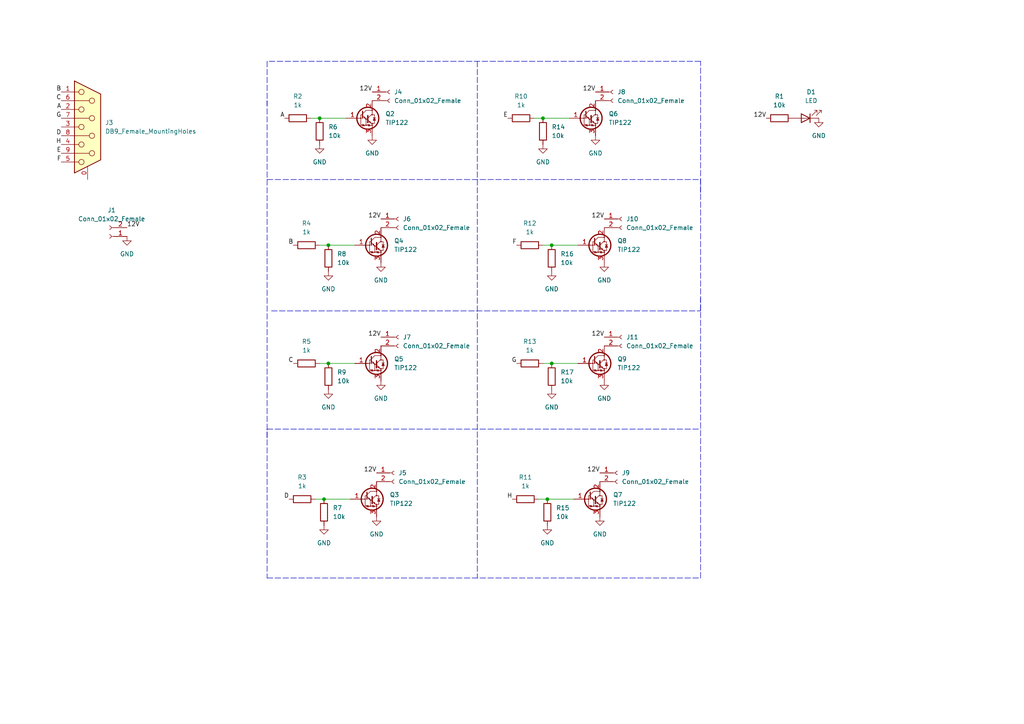
<source format=kicad_sch>
(kicad_sch (version 20211123) (generator eeschema)

  (uuid cafb7792-cefe-497c-b531-e2e2ef956366)

  (paper "A4")

  (lib_symbols
    (symbol "Connector:Conn_01x02_Female" (pin_names (offset 1.016) hide) (in_bom yes) (on_board yes)
      (property "Reference" "J" (id 0) (at 0 2.54 0)
        (effects (font (size 1.27 1.27)))
      )
      (property "Value" "Conn_01x02_Female" (id 1) (at 0 -5.08 0)
        (effects (font (size 1.27 1.27)))
      )
      (property "Footprint" "" (id 2) (at 0 0 0)
        (effects (font (size 1.27 1.27)) hide)
      )
      (property "Datasheet" "~" (id 3) (at 0 0 0)
        (effects (font (size 1.27 1.27)) hide)
      )
      (property "ki_keywords" "connector" (id 4) (at 0 0 0)
        (effects (font (size 1.27 1.27)) hide)
      )
      (property "ki_description" "Generic connector, single row, 01x02, script generated (kicad-library-utils/schlib/autogen/connector/)" (id 5) (at 0 0 0)
        (effects (font (size 1.27 1.27)) hide)
      )
      (property "ki_fp_filters" "Connector*:*_1x??_*" (id 6) (at 0 0 0)
        (effects (font (size 1.27 1.27)) hide)
      )
      (symbol "Conn_01x02_Female_1_1"
        (arc (start 0 -2.032) (mid -0.508 -2.54) (end 0 -3.048)
          (stroke (width 0.1524) (type default) (color 0 0 0 0))
          (fill (type none))
        )
        (polyline
          (pts
            (xy -1.27 -2.54)
            (xy -0.508 -2.54)
          )
          (stroke (width 0.1524) (type default) (color 0 0 0 0))
          (fill (type none))
        )
        (polyline
          (pts
            (xy -1.27 0)
            (xy -0.508 0)
          )
          (stroke (width 0.1524) (type default) (color 0 0 0 0))
          (fill (type none))
        )
        (arc (start 0 0.508) (mid -0.508 0) (end 0 -0.508)
          (stroke (width 0.1524) (type default) (color 0 0 0 0))
          (fill (type none))
        )
        (pin passive line (at -5.08 0 0) (length 3.81)
          (name "Pin_1" (effects (font (size 1.27 1.27))))
          (number "1" (effects (font (size 1.27 1.27))))
        )
        (pin passive line (at -5.08 -2.54 0) (length 3.81)
          (name "Pin_2" (effects (font (size 1.27 1.27))))
          (number "2" (effects (font (size 1.27 1.27))))
        )
      )
    )
    (symbol "Connector:DB9_Female_MountingHoles" (pin_names (offset 1.016) hide) (in_bom yes) (on_board yes)
      (property "Reference" "J" (id 0) (at 0 16.51 0)
        (effects (font (size 1.27 1.27)))
      )
      (property "Value" "DB9_Female_MountingHoles" (id 1) (at 0 14.605 0)
        (effects (font (size 1.27 1.27)))
      )
      (property "Footprint" "" (id 2) (at 0 0 0)
        (effects (font (size 1.27 1.27)) hide)
      )
      (property "Datasheet" " ~" (id 3) (at 0 0 0)
        (effects (font (size 1.27 1.27)) hide)
      )
      (property "ki_keywords" "connector female D-SUB" (id 4) (at 0 0 0)
        (effects (font (size 1.27 1.27)) hide)
      )
      (property "ki_description" "9-pin female D-SUB connector, Mounting Hole" (id 5) (at 0 0 0)
        (effects (font (size 1.27 1.27)) hide)
      )
      (property "ki_fp_filters" "DSUB*Female*" (id 6) (at 0 0 0)
        (effects (font (size 1.27 1.27)) hide)
      )
      (symbol "DB9_Female_MountingHoles_0_1"
        (circle (center -1.778 -10.16) (radius 0.762)
          (stroke (width 0) (type default) (color 0 0 0 0))
          (fill (type none))
        )
        (circle (center -1.778 -5.08) (radius 0.762)
          (stroke (width 0) (type default) (color 0 0 0 0))
          (fill (type none))
        )
        (circle (center -1.778 0) (radius 0.762)
          (stroke (width 0) (type default) (color 0 0 0 0))
          (fill (type none))
        )
        (circle (center -1.778 5.08) (radius 0.762)
          (stroke (width 0) (type default) (color 0 0 0 0))
          (fill (type none))
        )
        (circle (center -1.778 10.16) (radius 0.762)
          (stroke (width 0) (type default) (color 0 0 0 0))
          (fill (type none))
        )
        (polyline
          (pts
            (xy -3.81 -10.16)
            (xy -2.54 -10.16)
          )
          (stroke (width 0) (type default) (color 0 0 0 0))
          (fill (type none))
        )
        (polyline
          (pts
            (xy -3.81 -7.62)
            (xy 0.508 -7.62)
          )
          (stroke (width 0) (type default) (color 0 0 0 0))
          (fill (type none))
        )
        (polyline
          (pts
            (xy -3.81 -5.08)
            (xy -2.54 -5.08)
          )
          (stroke (width 0) (type default) (color 0 0 0 0))
          (fill (type none))
        )
        (polyline
          (pts
            (xy -3.81 -2.54)
            (xy 0.508 -2.54)
          )
          (stroke (width 0) (type default) (color 0 0 0 0))
          (fill (type none))
        )
        (polyline
          (pts
            (xy -3.81 0)
            (xy -2.54 0)
          )
          (stroke (width 0) (type default) (color 0 0 0 0))
          (fill (type none))
        )
        (polyline
          (pts
            (xy -3.81 2.54)
            (xy 0.508 2.54)
          )
          (stroke (width 0) (type default) (color 0 0 0 0))
          (fill (type none))
        )
        (polyline
          (pts
            (xy -3.81 5.08)
            (xy -2.54 5.08)
          )
          (stroke (width 0) (type default) (color 0 0 0 0))
          (fill (type none))
        )
        (polyline
          (pts
            (xy -3.81 7.62)
            (xy 0.508 7.62)
          )
          (stroke (width 0) (type default) (color 0 0 0 0))
          (fill (type none))
        )
        (polyline
          (pts
            (xy -3.81 10.16)
            (xy -2.54 10.16)
          )
          (stroke (width 0) (type default) (color 0 0 0 0))
          (fill (type none))
        )
        (polyline
          (pts
            (xy -3.81 13.335)
            (xy -3.81 -13.335)
            (xy 3.81 -9.525)
            (xy 3.81 9.525)
            (xy -3.81 13.335)
          )
          (stroke (width 0.254) (type default) (color 0 0 0 0))
          (fill (type background))
        )
        (circle (center 1.27 -7.62) (radius 0.762)
          (stroke (width 0) (type default) (color 0 0 0 0))
          (fill (type none))
        )
        (circle (center 1.27 -2.54) (radius 0.762)
          (stroke (width 0) (type default) (color 0 0 0 0))
          (fill (type none))
        )
        (circle (center 1.27 2.54) (radius 0.762)
          (stroke (width 0) (type default) (color 0 0 0 0))
          (fill (type none))
        )
        (circle (center 1.27 7.62) (radius 0.762)
          (stroke (width 0) (type default) (color 0 0 0 0))
          (fill (type none))
        )
      )
      (symbol "DB9_Female_MountingHoles_1_1"
        (pin passive line (at 0 -15.24 90) (length 3.81)
          (name "PAD" (effects (font (size 1.27 1.27))))
          (number "0" (effects (font (size 1.27 1.27))))
        )
        (pin passive line (at -7.62 10.16 0) (length 3.81)
          (name "1" (effects (font (size 1.27 1.27))))
          (number "1" (effects (font (size 1.27 1.27))))
        )
        (pin passive line (at -7.62 5.08 0) (length 3.81)
          (name "2" (effects (font (size 1.27 1.27))))
          (number "2" (effects (font (size 1.27 1.27))))
        )
        (pin passive line (at -7.62 0 0) (length 3.81)
          (name "3" (effects (font (size 1.27 1.27))))
          (number "3" (effects (font (size 1.27 1.27))))
        )
        (pin passive line (at -7.62 -5.08 0) (length 3.81)
          (name "4" (effects (font (size 1.27 1.27))))
          (number "4" (effects (font (size 1.27 1.27))))
        )
        (pin passive line (at -7.62 -10.16 0) (length 3.81)
          (name "5" (effects (font (size 1.27 1.27))))
          (number "5" (effects (font (size 1.27 1.27))))
        )
        (pin passive line (at -7.62 7.62 0) (length 3.81)
          (name "6" (effects (font (size 1.27 1.27))))
          (number "6" (effects (font (size 1.27 1.27))))
        )
        (pin passive line (at -7.62 2.54 0) (length 3.81)
          (name "7" (effects (font (size 1.27 1.27))))
          (number "7" (effects (font (size 1.27 1.27))))
        )
        (pin passive line (at -7.62 -2.54 0) (length 3.81)
          (name "8" (effects (font (size 1.27 1.27))))
          (number "8" (effects (font (size 1.27 1.27))))
        )
        (pin passive line (at -7.62 -7.62 0) (length 3.81)
          (name "9" (effects (font (size 1.27 1.27))))
          (number "9" (effects (font (size 1.27 1.27))))
        )
      )
    )
    (symbol "Device:LED" (pin_numbers hide) (pin_names (offset 1.016) hide) (in_bom yes) (on_board yes)
      (property "Reference" "D" (id 0) (at 0 2.54 0)
        (effects (font (size 1.27 1.27)))
      )
      (property "Value" "LED" (id 1) (at 0 -2.54 0)
        (effects (font (size 1.27 1.27)))
      )
      (property "Footprint" "" (id 2) (at 0 0 0)
        (effects (font (size 1.27 1.27)) hide)
      )
      (property "Datasheet" "~" (id 3) (at 0 0 0)
        (effects (font (size 1.27 1.27)) hide)
      )
      (property "ki_keywords" "LED diode" (id 4) (at 0 0 0)
        (effects (font (size 1.27 1.27)) hide)
      )
      (property "ki_description" "Light emitting diode" (id 5) (at 0 0 0)
        (effects (font (size 1.27 1.27)) hide)
      )
      (property "ki_fp_filters" "LED* LED_SMD:* LED_THT:*" (id 6) (at 0 0 0)
        (effects (font (size 1.27 1.27)) hide)
      )
      (symbol "LED_0_1"
        (polyline
          (pts
            (xy -1.27 -1.27)
            (xy -1.27 1.27)
          )
          (stroke (width 0.254) (type default) (color 0 0 0 0))
          (fill (type none))
        )
        (polyline
          (pts
            (xy -1.27 0)
            (xy 1.27 0)
          )
          (stroke (width 0) (type default) (color 0 0 0 0))
          (fill (type none))
        )
        (polyline
          (pts
            (xy 1.27 -1.27)
            (xy 1.27 1.27)
            (xy -1.27 0)
            (xy 1.27 -1.27)
          )
          (stroke (width 0.254) (type default) (color 0 0 0 0))
          (fill (type none))
        )
        (polyline
          (pts
            (xy -3.048 -0.762)
            (xy -4.572 -2.286)
            (xy -3.81 -2.286)
            (xy -4.572 -2.286)
            (xy -4.572 -1.524)
          )
          (stroke (width 0) (type default) (color 0 0 0 0))
          (fill (type none))
        )
        (polyline
          (pts
            (xy -1.778 -0.762)
            (xy -3.302 -2.286)
            (xy -2.54 -2.286)
            (xy -3.302 -2.286)
            (xy -3.302 -1.524)
          )
          (stroke (width 0) (type default) (color 0 0 0 0))
          (fill (type none))
        )
      )
      (symbol "LED_1_1"
        (pin passive line (at -3.81 0 0) (length 2.54)
          (name "K" (effects (font (size 1.27 1.27))))
          (number "1" (effects (font (size 1.27 1.27))))
        )
        (pin passive line (at 3.81 0 180) (length 2.54)
          (name "A" (effects (font (size 1.27 1.27))))
          (number "2" (effects (font (size 1.27 1.27))))
        )
      )
    )
    (symbol "Device:R" (pin_numbers hide) (pin_names (offset 0)) (in_bom yes) (on_board yes)
      (property "Reference" "R" (id 0) (at 2.032 0 90)
        (effects (font (size 1.27 1.27)))
      )
      (property "Value" "R" (id 1) (at 0 0 90)
        (effects (font (size 1.27 1.27)))
      )
      (property "Footprint" "" (id 2) (at -1.778 0 90)
        (effects (font (size 1.27 1.27)) hide)
      )
      (property "Datasheet" "~" (id 3) (at 0 0 0)
        (effects (font (size 1.27 1.27)) hide)
      )
      (property "ki_keywords" "R res resistor" (id 4) (at 0 0 0)
        (effects (font (size 1.27 1.27)) hide)
      )
      (property "ki_description" "Resistor" (id 5) (at 0 0 0)
        (effects (font (size 1.27 1.27)) hide)
      )
      (property "ki_fp_filters" "R_*" (id 6) (at 0 0 0)
        (effects (font (size 1.27 1.27)) hide)
      )
      (symbol "R_0_1"
        (rectangle (start -1.016 -2.54) (end 1.016 2.54)
          (stroke (width 0.254) (type default) (color 0 0 0 0))
          (fill (type none))
        )
      )
      (symbol "R_1_1"
        (pin passive line (at 0 3.81 270) (length 1.27)
          (name "~" (effects (font (size 1.27 1.27))))
          (number "1" (effects (font (size 1.27 1.27))))
        )
        (pin passive line (at 0 -3.81 90) (length 1.27)
          (name "~" (effects (font (size 1.27 1.27))))
          (number "2" (effects (font (size 1.27 1.27))))
        )
      )
    )
    (symbol "Transistor_BJT:TIP122" (pin_names (offset 0) hide) (in_bom yes) (on_board yes)
      (property "Reference" "Q" (id 0) (at 5.08 1.905 0)
        (effects (font (size 1.27 1.27)) (justify left))
      )
      (property "Value" "TIP122" (id 1) (at 5.08 0 0)
        (effects (font (size 1.27 1.27)) (justify left))
      )
      (property "Footprint" "Package_TO_SOT_THT:TO-220-3_Vertical" (id 2) (at 5.08 -1.905 0)
        (effects (font (size 1.27 1.27) italic) (justify left) hide)
      )
      (property "Datasheet" "https://www.onsemi.com/pub/Collateral/TIP120-D.PDF" (id 3) (at 0 0 0)
        (effects (font (size 1.27 1.27)) (justify left) hide)
      )
      (property "ki_keywords" "Darlington Power NPN Transistor" (id 4) (at 0 0 0)
        (effects (font (size 1.27 1.27)) hide)
      )
      (property "ki_description" "5A Ic, 100V Vce, Silicon Darlington Power NPN Transistor, TO-220" (id 5) (at 0 0 0)
        (effects (font (size 1.27 1.27)) hide)
      )
      (property "ki_fp_filters" "TO?220*" (id 6) (at 0 0 0)
        (effects (font (size 1.27 1.27)) hide)
      )
      (symbol "TIP122_0_1"
        (circle (center -0.762 0) (radius 0.127)
          (stroke (width 0) (type default) (color 0 0 0 0))
          (fill (type none))
        )
        (polyline
          (pts
            (xy -1.27 0)
            (xy -0.889 0)
          )
          (stroke (width 0) (type default) (color 0 0 0 0))
          (fill (type none))
        )
        (polyline
          (pts
            (xy 2.54 -2.032)
            (xy 2.54 -2.54)
          )
          (stroke (width 0) (type default) (color 0 0 0 0))
          (fill (type none))
        )
        (polyline
          (pts
            (xy 2.54 -1.524)
            (xy 3.175 -1.524)
          )
          (stroke (width 0) (type default) (color 0 0 0 0))
          (fill (type none))
        )
        (polyline
          (pts
            (xy 2.794 0.127)
            (xy 3.556 0.127)
          )
          (stroke (width 0) (type default) (color 0 0 0 0))
          (fill (type none))
        )
        (polyline
          (pts
            (xy 3.175 -0.635)
            (xy 3.175 -1.524)
          )
          (stroke (width 0) (type default) (color 0 0 0 0))
          (fill (type none))
        )
        (polyline
          (pts
            (xy 3.175 1.016)
            (xy 2.54 1.016)
          )
          (stroke (width 0) (type default) (color 0 0 0 0))
          (fill (type none))
        )
        (polyline
          (pts
            (xy 3.175 1.016)
            (xy 3.175 0.127)
          )
          (stroke (width 0) (type default) (color 0 0 0 0))
          (fill (type none))
        )
        (polyline
          (pts
            (xy -0.254 0.762)
            (xy 0.762 -0.254)
            (xy 1.27 -0.254)
          )
          (stroke (width 0) (type default) (color 0 0 0 0))
          (fill (type none))
        )
        (polyline
          (pts
            (xy -0.254 1.016)
            (xy -0.762 1.016)
            (xy -0.762 -2.032)
          )
          (stroke (width 0) (type default) (color 0 0 0 0))
          (fill (type none))
        )
        (polyline
          (pts
            (xy -0.254 1.27)
            (xy 0.762 2.286)
            (xy 2.54 2.286)
          )
          (stroke (width 0) (type default) (color 0 0 0 0))
          (fill (type none))
        )
        (polyline
          (pts
            (xy -0.254 2.032)
            (xy -0.254 0)
            (xy -0.254 0)
          )
          (stroke (width 0.3048) (type default) (color 0 0 0 0))
          (fill (type none))
        )
        (polyline
          (pts
            (xy 1.27 0.762)
            (xy 1.27 -1.27)
            (xy 1.27 -1.27)
          )
          (stroke (width 0.381) (type default) (color 0 0 0 0))
          (fill (type none))
        )
        (polyline
          (pts
            (xy 0.635 -0.127)
            (xy 0.381 0.381)
            (xy 0.127 0.127)
            (xy 0.635 -0.127)
          )
          (stroke (width 0) (type default) (color 0 0 0 0))
          (fill (type none))
        )
        (polyline
          (pts
            (xy 1.27 -0.508)
            (xy 2.286 -1.524)
            (xy 2.54 -1.524)
            (xy 2.54 -2.032)
          )
          (stroke (width 0) (type default) (color 0 0 0 0))
          (fill (type none))
        )
        (polyline
          (pts
            (xy 1.27 0)
            (xy 2.286 1.016)
            (xy 2.54 1.016)
            (xy 2.54 2.286)
          )
          (stroke (width 0) (type default) (color 0 0 0 0))
          (fill (type none))
        )
        (polyline
          (pts
            (xy 2.159 -1.397)
            (xy 1.905 -0.889)
            (xy 1.651 -1.143)
            (xy 2.159 -1.397)
          )
          (stroke (width 0) (type default) (color 0 0 0 0))
          (fill (type none))
        )
        (polyline
          (pts
            (xy 3.175 0.127)
            (xy 2.794 -0.635)
            (xy 3.556 -0.635)
            (xy 3.175 0.127)
          )
          (stroke (width 0) (type default) (color 0 0 0 0))
          (fill (type outline))
        )
        (polyline
          (pts
            (xy 0.762 -2.032)
            (xy 0.381 -2.032)
            (xy 0.254 -2.286)
            (xy 0.127 -1.778)
            (xy 0 -2.286)
            (xy -0.127 -1.778)
            (xy -0.254 -2.286)
            (xy -0.381 -1.778)
            (xy -0.508 -2.032)
            (xy -0.762 -2.032)
          )
          (stroke (width 0) (type default) (color 0 0 0 0))
          (fill (type none))
        )
        (polyline
          (pts
            (xy 0.762 -0.254)
            (xy 0.762 -2.032)
            (xy 1.143 -2.032)
            (xy 1.27 -1.778)
            (xy 1.397 -2.286)
            (xy 1.524 -1.778)
            (xy 1.651 -2.286)
            (xy 1.778 -1.778)
            (xy 1.905 -2.286)
            (xy 2.032 -2.032)
            (xy 2.54 -2.032)
          )
          (stroke (width 0) (type default) (color 0 0 0 0))
          (fill (type none))
        )
        (circle (center 0.762 -2.032) (radius 0.127)
          (stroke (width 0) (type default) (color 0 0 0 0))
          (fill (type none))
        )
        (circle (center 0.762 -0.254) (radius 0.127)
          (stroke (width 0) (type default) (color 0 0 0 0))
          (fill (type none))
        )
        (circle (center 1.27 0) (radius 3.175)
          (stroke (width 0.3556) (type default) (color 0 0 0 0))
          (fill (type none))
        )
        (circle (center 2.54 -2.032) (radius 0.127)
          (stroke (width 0) (type default) (color 0 0 0 0))
          (fill (type none))
        )
        (circle (center 2.54 -1.524) (radius 0.127)
          (stroke (width 0) (type default) (color 0 0 0 0))
          (fill (type none))
        )
        (circle (center 2.54 1.016) (radius 0.127)
          (stroke (width 0) (type default) (color 0 0 0 0))
          (fill (type none))
        )
        (circle (center 2.54 2.286) (radius 0.127)
          (stroke (width 0) (type default) (color 0 0 0 0))
          (fill (type none))
        )
      )
      (symbol "TIP122_1_1"
        (pin input line (at -5.08 0 0) (length 3.81)
          (name "B" (effects (font (size 1.27 1.27))))
          (number "1" (effects (font (size 1.27 1.27))))
        )
        (pin passive line (at 2.54 5.08 270) (length 2.667)
          (name "C" (effects (font (size 1.27 1.27))))
          (number "2" (effects (font (size 1.27 1.27))))
        )
        (pin passive line (at 2.54 -5.08 90) (length 2.54)
          (name "E" (effects (font (size 1.27 1.27))))
          (number "3" (effects (font (size 1.27 1.27))))
        )
      )
    )
    (symbol "power:GND" (power) (pin_names (offset 0)) (in_bom yes) (on_board yes)
      (property "Reference" "#PWR" (id 0) (at 0 -6.35 0)
        (effects (font (size 1.27 1.27)) hide)
      )
      (property "Value" "GND" (id 1) (at 0 -3.81 0)
        (effects (font (size 1.27 1.27)))
      )
      (property "Footprint" "" (id 2) (at 0 0 0)
        (effects (font (size 1.27 1.27)) hide)
      )
      (property "Datasheet" "" (id 3) (at 0 0 0)
        (effects (font (size 1.27 1.27)) hide)
      )
      (property "ki_keywords" "power-flag" (id 4) (at 0 0 0)
        (effects (font (size 1.27 1.27)) hide)
      )
      (property "ki_description" "Power symbol creates a global label with name \"GND\" , ground" (id 5) (at 0 0 0)
        (effects (font (size 1.27 1.27)) hide)
      )
      (symbol "GND_0_1"
        (polyline
          (pts
            (xy 0 0)
            (xy 0 -1.27)
            (xy 1.27 -1.27)
            (xy 0 -2.54)
            (xy -1.27 -1.27)
            (xy 0 -1.27)
          )
          (stroke (width 0) (type default) (color 0 0 0 0))
          (fill (type none))
        )
      )
      (symbol "GND_1_1"
        (pin power_in line (at 0 0 270) (length 0) hide
          (name "GND" (effects (font (size 1.27 1.27))))
          (number "1" (effects (font (size 1.27 1.27))))
        )
      )
    )
  )

  (junction (at 157.48 34.29) (diameter 0) (color 0 0 0 0)
    (uuid 0e9bc97a-3ef4-4637-a9e7-77a13a5ce63f)
  )
  (junction (at 92.71 34.29) (diameter 0) (color 0 0 0 0)
    (uuid 4b77b06e-46d1-4725-aa5c-fa7f36186f5f)
  )
  (junction (at 95.25 105.41) (diameter 0) (color 0 0 0 0)
    (uuid 6b24b09a-3fa3-4f6b-be95-3b4fe7b06117)
  )
  (junction (at 93.98 144.78) (diameter 0) (color 0 0 0 0)
    (uuid 6efd8e7d-28b0-4b6e-8646-af72ea0857c1)
  )
  (junction (at 95.25 71.12) (diameter 0) (color 0 0 0 0)
    (uuid 92937e35-e2df-416d-9733-36621b95051c)
  )
  (junction (at 160.02 71.12) (diameter 0) (color 0 0 0 0)
    (uuid a6750122-8d9f-4ea1-8f4b-1dab1e1c8c83)
  )
  (junction (at 160.02 105.41) (diameter 0) (color 0 0 0 0)
    (uuid ee03e84b-77e0-4988-a668-04bccf0747c9)
  )
  (junction (at 158.75 144.78) (diameter 0) (color 0 0 0 0)
    (uuid f29a9de6-42e8-4327-83ec-a5bf202fc990)
  )

  (wire (pts (xy 160.02 105.41) (xy 167.64 105.41))
    (stroke (width 0) (type default) (color 0 0 0 0))
    (uuid 0232f8a2-8b90-494f-aecd-cdacc3ee32e8)
  )
  (wire (pts (xy 92.71 105.41) (xy 95.25 105.41))
    (stroke (width 0) (type default) (color 0 0 0 0))
    (uuid 1485f998-b07f-4385-8f35-cac19f2827b9)
  )
  (polyline (pts (xy 77.47 17.78) (xy 77.47 30.48))
    (stroke (width 0) (type default) (color 0 0 0 0))
    (uuid 2ed7db2d-7007-43b1-8b6c-8d2a0e0ead3c)
  )
  (polyline (pts (xy 77.47 124.46) (xy 203.2 124.46))
    (stroke (width 0) (type default) (color 0 0 0 0))
    (uuid 2fd1e7de-161e-4383-a725-533140c5739a)
  )

  (wire (pts (xy 95.25 71.12) (xy 102.87 71.12))
    (stroke (width 0) (type default) (color 0 0 0 0))
    (uuid 361f04a5-7989-4b16-bc42-76aefe0055c9)
  )
  (polyline (pts (xy 203.2 167.64) (xy 203.2 17.78))
    (stroke (width 0) (type default) (color 0 0 0 0))
    (uuid 424ee417-1a34-47f5-b29c-41bd14899333)
  )

  (wire (pts (xy 91.44 144.78) (xy 93.98 144.78))
    (stroke (width 0) (type default) (color 0 0 0 0))
    (uuid 44443c2b-f7d0-49ba-bee6-b268e4851a6c)
  )
  (wire (pts (xy 160.02 71.12) (xy 167.64 71.12))
    (stroke (width 0) (type default) (color 0 0 0 0))
    (uuid 4d8eb33d-7456-4ffb-9897-c9d55e9b477e)
  )
  (polyline (pts (xy 77.47 52.07) (xy 203.2 52.07))
    (stroke (width 0) (type default) (color 0 0 0 0))
    (uuid 4ea06c5c-543f-4c6b-9dab-ff48631bb510)
  )

  (wire (pts (xy 90.17 34.29) (xy 92.71 34.29))
    (stroke (width 0) (type default) (color 0 0 0 0))
    (uuid 51c1fbe3-4b9e-4025-89f2-35b23745644c)
  )
  (polyline (pts (xy 78.74 90.17) (xy 203.2 90.17))
    (stroke (width 0) (type default) (color 0 0 0 0))
    (uuid 6257731b-914d-4ca5-934c-cac5522e38a4)
  )

  (wire (pts (xy 154.94 34.29) (xy 157.48 34.29))
    (stroke (width 0) (type default) (color 0 0 0 0))
    (uuid 65eff6c5-93db-4c62-a01a-8fdb9b0ff794)
  )
  (wire (pts (xy 157.48 34.29) (xy 165.1 34.29))
    (stroke (width 0) (type default) (color 0 0 0 0))
    (uuid 68be759b-71bc-49ff-b733-729f91e576c7)
  )
  (wire (pts (xy 156.21 144.78) (xy 158.75 144.78))
    (stroke (width 0) (type default) (color 0 0 0 0))
    (uuid 6ebf23b2-b4c9-488c-9c8d-d62deada28b2)
  )
  (wire (pts (xy 93.98 144.78) (xy 101.6 144.78))
    (stroke (width 0) (type default) (color 0 0 0 0))
    (uuid 7b2cf4a5-3ce0-4514-a1e6-38182852b23f)
  )
  (polyline (pts (xy 77.47 127) (xy 77.47 124.46))
    (stroke (width 0) (type default) (color 0 0 0 0))
    (uuid 8265fa0e-b264-4c3d-ae7d-7aceee669621)
  )

  (wire (pts (xy 158.75 144.78) (xy 166.37 144.78))
    (stroke (width 0) (type default) (color 0 0 0 0))
    (uuid 86765719-105b-45f6-a073-a2da8bfa2b0e)
  )
  (polyline (pts (xy 77.47 30.48) (xy 77.47 30.48))
    (stroke (width 0) (type default) (color 0 0 0 0))
    (uuid 87b7d3d3-cf93-4dd0-bcb5-37939e79f22f)
  )

  (wire (pts (xy 92.71 71.12) (xy 95.25 71.12))
    (stroke (width 0) (type default) (color 0 0 0 0))
    (uuid 9a0eb15d-d760-4c09-983f-4a4dbc5ec825)
  )
  (wire (pts (xy 95.25 105.41) (xy 102.87 105.41))
    (stroke (width 0) (type default) (color 0 0 0 0))
    (uuid a25e586d-bf1a-4f88-ad42-8308c7f7b30a)
  )
  (polyline (pts (xy 203.2 52.07) (xy 203.2 55.88))
    (stroke (width 0) (type default) (color 0 0 0 0))
    (uuid a5bde5e2-2f16-4887-a849-c3e5eb659406)
  )
  (polyline (pts (xy 203.2 17.78) (xy 77.47 17.78))
    (stroke (width 0) (type default) (color 0 0 0 0))
    (uuid cafeab49-61a0-4a1f-a882-0e07d640ec31)
  )

  (wire (pts (xy 92.71 34.29) (xy 100.33 34.29))
    (stroke (width 0) (type default) (color 0 0 0 0))
    (uuid d1321563-ed8e-4015-9e52-9c1354ba6c5a)
  )
  (polyline (pts (xy 77.47 29.21) (xy 77.47 167.64))
    (stroke (width 0) (type default) (color 0 0 0 0))
    (uuid d8341b13-2573-430f-8b77-c1a0d4d3998e)
  )
  (polyline (pts (xy 138.43 17.78) (xy 138.43 167.64))
    (stroke (width 0) (type default) (color 0 0 0 0))
    (uuid da416a6a-5768-4a3e-b0b4-3fccebdeb6ff)
  )

  (wire (pts (xy 157.48 71.12) (xy 160.02 71.12))
    (stroke (width 0) (type default) (color 0 0 0 0))
    (uuid dac9b8a5-79d0-4f33-949b-ac544c89a616)
  )
  (wire (pts (xy 157.48 105.41) (xy 160.02 105.41))
    (stroke (width 0) (type default) (color 0 0 0 0))
    (uuid dea765a0-9914-4131-b580-8ce5a721d7c9)
  )
  (polyline (pts (xy 203.2 90.17) (xy 203.2 86.36))
    (stroke (width 0) (type default) (color 0 0 0 0))
    (uuid e53c8834-8b74-4c2f-a73f-576095404959)
  )
  (polyline (pts (xy 77.47 167.64) (xy 203.2 167.64))
    (stroke (width 0) (type default) (color 0 0 0 0))
    (uuid ec94566a-1d43-461f-9457-007416959091)
  )

  (label "12V" (at 110.49 97.79 180)
    (effects (font (size 1.27 1.27)) (justify right bottom))
    (uuid 0a2f7dca-fcc2-440c-b627-ca239bf79899)
  )
  (label "G" (at 149.86 105.41 180)
    (effects (font (size 1.27 1.27)) (justify right bottom))
    (uuid 0bc1796c-b93b-4a08-bbe5-4becb6362fc8)
  )
  (label "E" (at 147.32 34.29 180)
    (effects (font (size 1.27 1.27)) (justify right bottom))
    (uuid 0c0f72d3-eebe-418a-bc5f-ab12a5aed82b)
  )
  (label "E" (at 17.78 44.45 180)
    (effects (font (size 1.27 1.27)) (justify right bottom))
    (uuid 10f1c7a0-55ea-4b16-a1d3-5f069c9582f6)
  )
  (label "D" (at 17.78 39.37 180)
    (effects (font (size 1.27 1.27)) (justify right bottom))
    (uuid 18f40c84-a8c3-4547-929a-1125820d20f3)
  )
  (label "D" (at 83.82 144.78 180)
    (effects (font (size 1.27 1.27)) (justify right bottom))
    (uuid 1d852ef1-0ac1-49b7-87fd-e0d3195028f4)
  )
  (label "C" (at 17.78 29.21 180)
    (effects (font (size 1.27 1.27)) (justify right bottom))
    (uuid 28df5c7a-24f9-42e1-8e87-fb70196d7eab)
  )
  (label "A" (at 17.78 31.75 180)
    (effects (font (size 1.27 1.27)) (justify right bottom))
    (uuid 297c559d-9a63-477f-bc71-c63a0a25bb4b)
  )
  (label "12V" (at 172.72 26.67 180)
    (effects (font (size 1.27 1.27)) (justify right bottom))
    (uuid 308e13ed-11f1-402a-9227-f74540548617)
  )
  (label "H" (at 17.78 41.91 180)
    (effects (font (size 1.27 1.27)) (justify right bottom))
    (uuid 351baeec-82aa-4f6d-9dfc-19e4b7d92d8c)
  )
  (label "H" (at 148.59 144.78 180)
    (effects (font (size 1.27 1.27)) (justify right bottom))
    (uuid 3a39c368-999a-4c92-8a72-c628a534bc74)
  )
  (label "12V" (at 109.22 137.16 180)
    (effects (font (size 1.27 1.27)) (justify right bottom))
    (uuid 3d44d083-f8e9-47c9-ae38-452e3a0d64ea)
  )
  (label "C" (at 85.09 105.41 180)
    (effects (font (size 1.27 1.27)) (justify right bottom))
    (uuid 660d525d-0515-4d51-93e6-6c396391f972)
  )
  (label "B" (at 17.78 26.67 180)
    (effects (font (size 1.27 1.27)) (justify right bottom))
    (uuid 7db24997-f3a6-4e9b-8197-b5d1475de159)
  )
  (label "12V" (at 175.26 97.79 180)
    (effects (font (size 1.27 1.27)) (justify right bottom))
    (uuid 974a3e96-d5de-4b14-8a12-7aecd7834b22)
  )
  (label "12V" (at 222.25 34.29 180)
    (effects (font (size 1.27 1.27)) (justify right bottom))
    (uuid 9b97c45c-e1aa-4ba3-9cdd-fb18b906e4dd)
  )
  (label "12V" (at 110.49 63.5 180)
    (effects (font (size 1.27 1.27)) (justify right bottom))
    (uuid a62c52f2-6adc-407e-8e73-a0d166d6b0d4)
  )
  (label "G" (at 17.78 34.29 180)
    (effects (font (size 1.27 1.27)) (justify right bottom))
    (uuid aa79c9d5-d013-44b7-872d-5baaa040982f)
  )
  (label "F" (at 149.86 71.12 180)
    (effects (font (size 1.27 1.27)) (justify right bottom))
    (uuid b5028a48-87d2-4b03-9592-e522058ec45e)
  )
  (label "A" (at 82.55 34.29 180)
    (effects (font (size 1.27 1.27)) (justify right bottom))
    (uuid b6769fb1-3cef-4b2a-9230-4852238c61db)
  )
  (label "12V" (at 175.26 63.5 180)
    (effects (font (size 1.27 1.27)) (justify right bottom))
    (uuid c9740699-1be1-4b57-95c8-012d06e0384e)
  )
  (label "F" (at 17.78 46.99 180)
    (effects (font (size 1.27 1.27)) (justify right bottom))
    (uuid ca43a104-c67e-44de-a354-46d47513b5fa)
  )
  (label "12V" (at 107.95 26.67 180)
    (effects (font (size 1.27 1.27)) (justify right bottom))
    (uuid cdbd6128-e2cd-49dc-8289-9990e5d7dda6)
  )
  (label "12V" (at 36.83 66.04 0)
    (effects (font (size 1.27 1.27)) (justify left bottom))
    (uuid db1fd106-5c41-422b-b451-e2c7dd2c942d)
  )
  (label "B" (at 85.09 71.12 180)
    (effects (font (size 1.27 1.27)) (justify right bottom))
    (uuid e7c1dcbd-6155-4657-aae4-208c404cdd21)
  )
  (label "12V" (at 173.99 137.16 180)
    (effects (font (size 1.27 1.27)) (justify right bottom))
    (uuid f177e814-51b2-4fe9-ac81-2ab4b33b42dc)
  )

  (symbol (lib_id "power:GND") (at 110.49 110.49 0) (unit 1)
    (in_bom yes) (on_board yes) (fields_autoplaced)
    (uuid 02d5be24-1036-4d78-b8b7-1b443d15e7c8)
    (property "Reference" "#PWR010" (id 0) (at 110.49 116.84 0)
      (effects (font (size 1.27 1.27)) hide)
    )
    (property "Value" "GND" (id 1) (at 110.49 115.57 0))
    (property "Footprint" "" (id 2) (at 110.49 110.49 0)
      (effects (font (size 1.27 1.27)) hide)
    )
    (property "Datasheet" "" (id 3) (at 110.49 110.49 0)
      (effects (font (size 1.27 1.27)) hide)
    )
    (pin "1" (uuid 091b606b-3407-49b7-bb75-87640f1c8a39))
  )

  (symbol (lib_id "Device:R") (at 160.02 109.22 180) (unit 1)
    (in_bom yes) (on_board yes) (fields_autoplaced)
    (uuid 03fe6860-f630-40ab-b31b-d26ec4dd8dba)
    (property "Reference" "R17" (id 0) (at 162.56 107.9499 0)
      (effects (font (size 1.27 1.27)) (justify right))
    )
    (property "Value" "10k" (id 1) (at 162.56 110.4899 0)
      (effects (font (size 1.27 1.27)) (justify right))
    )
    (property "Footprint" "modFiles:Resistor_small" (id 2) (at 161.798 109.22 90)
      (effects (font (size 1.27 1.27)) hide)
    )
    (property "Datasheet" "~" (id 3) (at 160.02 109.22 0)
      (effects (font (size 1.27 1.27)) hide)
    )
    (pin "1" (uuid 3f5d9cab-f84e-46f6-912f-025ccfe7f53d))
    (pin "2" (uuid 9588a64a-1223-450e-977f-6eeee5b2825e))
  )

  (symbol (lib_id "power:GND") (at 175.26 76.2 0) (unit 1)
    (in_bom yes) (on_board yes) (fields_autoplaced)
    (uuid 057ee153-71a8-44ab-a598-e62632a84ec0)
    (property "Reference" "#PWR017" (id 0) (at 175.26 82.55 0)
      (effects (font (size 1.27 1.27)) hide)
    )
    (property "Value" "GND" (id 1) (at 175.26 81.28 0))
    (property "Footprint" "" (id 2) (at 175.26 76.2 0)
      (effects (font (size 1.27 1.27)) hide)
    )
    (property "Datasheet" "" (id 3) (at 175.26 76.2 0)
      (effects (font (size 1.27 1.27)) hide)
    )
    (pin "1" (uuid bb29eadf-6880-457d-8855-ab29e518b76b))
  )

  (symbol (lib_id "Connector:Conn_01x02_Female") (at 115.57 63.5 0) (unit 1)
    (in_bom yes) (on_board yes) (fields_autoplaced)
    (uuid 196c4e05-09c7-412e-87cb-23771e13115e)
    (property "Reference" "J6" (id 0) (at 116.84 63.4999 0)
      (effects (font (size 1.27 1.27)) (justify left))
    )
    (property "Value" "Conn_01x02_Female" (id 1) (at 116.84 66.0399 0)
      (effects (font (size 1.27 1.27)) (justify left))
    )
    (property "Footprint" "modFiles:Connector_Bornier_2" (id 2) (at 115.57 63.5 0)
      (effects (font (size 1.27 1.27)) hide)
    )
    (property "Datasheet" "~" (id 3) (at 115.57 63.5 0)
      (effects (font (size 1.27 1.27)) hide)
    )
    (pin "1" (uuid e8bdd510-1bc6-4af9-8a18-54a3a2a1f494))
    (pin "2" (uuid f73dc082-0fa3-4b88-8aed-ee068dd803f6))
  )

  (symbol (lib_id "Device:R") (at 153.67 71.12 90) (unit 1)
    (in_bom yes) (on_board yes) (fields_autoplaced)
    (uuid 19eac6f1-c746-4992-9e78-6dd77f936d58)
    (property "Reference" "R12" (id 0) (at 153.67 64.77 90))
    (property "Value" "1k" (id 1) (at 153.67 67.31 90))
    (property "Footprint" "modFiles:Resistor_small" (id 2) (at 153.67 72.898 90)
      (effects (font (size 1.27 1.27)) hide)
    )
    (property "Datasheet" "~" (id 3) (at 153.67 71.12 0)
      (effects (font (size 1.27 1.27)) hide)
    )
    (pin "1" (uuid 6bea0384-1ea5-49c1-ad1c-56c034692115))
    (pin "2" (uuid 4cce6922-a223-42ee-90b7-ce259f5acfb3))
  )

  (symbol (lib_id "power:GND") (at 95.25 113.03 0) (unit 1)
    (in_bom yes) (on_board yes) (fields_autoplaced)
    (uuid 30443100-ba18-4fe3-896f-e9c828c3bc2e)
    (property "Reference" "#PWR06" (id 0) (at 95.25 119.38 0)
      (effects (font (size 1.27 1.27)) hide)
    )
    (property "Value" "GND" (id 1) (at 95.25 118.11 0))
    (property "Footprint" "" (id 2) (at 95.25 113.03 0)
      (effects (font (size 1.27 1.27)) hide)
    )
    (property "Datasheet" "" (id 3) (at 95.25 113.03 0)
      (effects (font (size 1.27 1.27)) hide)
    )
    (pin "1" (uuid da6c8f73-634f-4271-91c1-3e9f25019e79))
  )

  (symbol (lib_id "Connector:DB9_Female_MountingHoles") (at 25.4 36.83 0) (unit 1)
    (in_bom yes) (on_board yes) (fields_autoplaced)
    (uuid 3084e334-bf87-4108-a171-28c9d8e0dd00)
    (property "Reference" "J3" (id 0) (at 30.48 35.5599 0)
      (effects (font (size 1.27 1.27)) (justify left))
    )
    (property "Value" "DB9_Female_MountingHoles" (id 1) (at 30.48 38.0999 0)
      (effects (font (size 1.27 1.27)) (justify left))
    )
    (property "Footprint" "modFiles:Connector_DB_9" (id 2) (at 25.4 36.83 0)
      (effects (font (size 1.27 1.27)) hide)
    )
    (property "Datasheet" " ~" (id 3) (at 25.4 36.83 0)
      (effects (font (size 1.27 1.27)) hide)
    )
    (pin "0" (uuid 65840528-ae86-4ed9-af78-7b21e0f683c8))
    (pin "1" (uuid d4839c2b-a8ac-4cb1-92a9-e61030bbd675))
    (pin "2" (uuid 79401260-2f1e-4ed0-ada7-f2b90f89f5c6))
    (pin "3" (uuid b64b9c63-ae51-42f0-ac58-38094e4e141c))
    (pin "4" (uuid 3d8e7201-6ce5-4a8e-862f-faa744c79c67))
    (pin "5" (uuid ee38aec0-5beb-4800-bc27-4f11cb44b86c))
    (pin "6" (uuid c579da56-4f9a-4f3d-b913-557f4d7be3b4))
    (pin "7" (uuid 84b0d34f-561e-4159-b869-09ac10a3659e))
    (pin "8" (uuid bebef2ce-b901-44fd-84a6-49ad9d2cf651))
    (pin "9" (uuid 48e043ee-81ab-4e61-a81b-90a3d592bda8))
  )

  (symbol (lib_id "Connector:Conn_01x02_Female") (at 177.8 26.67 0) (unit 1)
    (in_bom yes) (on_board yes) (fields_autoplaced)
    (uuid 32957ec8-3fad-4a02-a9ff-1a8736ede58f)
    (property "Reference" "J8" (id 0) (at 179.07 26.6699 0)
      (effects (font (size 1.27 1.27)) (justify left))
    )
    (property "Value" "Conn_01x02_Female" (id 1) (at 179.07 29.2099 0)
      (effects (font (size 1.27 1.27)) (justify left))
    )
    (property "Footprint" "modFiles:Connector_Bornier_2" (id 2) (at 177.8 26.67 0)
      (effects (font (size 1.27 1.27)) hide)
    )
    (property "Datasheet" "~" (id 3) (at 177.8 26.67 0)
      (effects (font (size 1.27 1.27)) hide)
    )
    (pin "1" (uuid 9f561dd5-b10b-4d3d-a0c2-5aa8389479e6))
    (pin "2" (uuid 9a483cae-77ec-4031-8c6e-06f89c56425c))
  )

  (symbol (lib_id "power:GND") (at 109.22 149.86 0) (unit 1)
    (in_bom yes) (on_board yes) (fields_autoplaced)
    (uuid 3deeb561-82e3-48da-a299-ded4f01508a7)
    (property "Reference" "#PWR08" (id 0) (at 109.22 156.21 0)
      (effects (font (size 1.27 1.27)) hide)
    )
    (property "Value" "GND" (id 1) (at 109.22 154.94 0))
    (property "Footprint" "" (id 2) (at 109.22 149.86 0)
      (effects (font (size 1.27 1.27)) hide)
    )
    (property "Datasheet" "" (id 3) (at 109.22 149.86 0)
      (effects (font (size 1.27 1.27)) hide)
    )
    (pin "1" (uuid 09681b03-902e-4c3f-886a-bbd77e1f42fb))
  )

  (symbol (lib_id "Device:R") (at 160.02 74.93 180) (unit 1)
    (in_bom yes) (on_board yes) (fields_autoplaced)
    (uuid 4dc6bd0d-b056-4c46-949e-041f134c7731)
    (property "Reference" "R16" (id 0) (at 162.56 73.6599 0)
      (effects (font (size 1.27 1.27)) (justify right))
    )
    (property "Value" "10k" (id 1) (at 162.56 76.1999 0)
      (effects (font (size 1.27 1.27)) (justify right))
    )
    (property "Footprint" "modFiles:Resistor_small" (id 2) (at 161.798 74.93 90)
      (effects (font (size 1.27 1.27)) hide)
    )
    (property "Datasheet" "~" (id 3) (at 160.02 74.93 0)
      (effects (font (size 1.27 1.27)) hide)
    )
    (pin "1" (uuid 419b7174-6d18-410f-8870-a42cf8464fa5))
    (pin "2" (uuid 0598677e-5272-4fe4-ab2b-606a282c2191))
  )

  (symbol (lib_id "Device:R") (at 88.9 71.12 90) (unit 1)
    (in_bom yes) (on_board yes) (fields_autoplaced)
    (uuid 53d7d195-3f75-49db-82bc-86e22172188a)
    (property "Reference" "R4" (id 0) (at 88.9 64.77 90))
    (property "Value" "1k" (id 1) (at 88.9 67.31 90))
    (property "Footprint" "modFiles:Resistor_small" (id 2) (at 88.9 72.898 90)
      (effects (font (size 1.27 1.27)) hide)
    )
    (property "Datasheet" "~" (id 3) (at 88.9 71.12 0)
      (effects (font (size 1.27 1.27)) hide)
    )
    (pin "1" (uuid f6a6eaf2-5dc2-4233-9da0-708a0d7ecda3))
    (pin "2" (uuid 77c8b55d-eb6a-4413-8bcf-1a53c31ad1c1))
  )

  (symbol (lib_id "Transistor_BJT:TIP122") (at 172.72 105.41 0) (unit 1)
    (in_bom yes) (on_board yes) (fields_autoplaced)
    (uuid 54ba8d5c-ae68-4c61-beb5-d089bda3f8ab)
    (property "Reference" "Q9" (id 0) (at 179.07 104.1399 0)
      (effects (font (size 1.27 1.27)) (justify left))
    )
    (property "Value" "TIP122" (id 1) (at 179.07 106.6799 0)
      (effects (font (size 1.27 1.27)) (justify left))
    )
    (property "Footprint" "Package_TO_SOT_THT:TO-220-3_Vertical" (id 2) (at 177.8 107.315 0)
      (effects (font (size 1.27 1.27) italic) (justify left) hide)
    )
    (property "Datasheet" "https://www.onsemi.com/pub/Collateral/TIP120-D.PDF" (id 3) (at 172.72 105.41 0)
      (effects (font (size 1.27 1.27)) (justify left) hide)
    )
    (pin "1" (uuid d9f80868-96ca-4df3-b5d5-f6f13e0a11a0))
    (pin "2" (uuid e9897ebb-a1d1-4202-b4c7-f25008a17a9d))
    (pin "3" (uuid 856ed67a-d91c-4e25-b9e2-f18921e63756))
  )

  (symbol (lib_id "Connector:Conn_01x02_Female") (at 180.34 63.5 0) (unit 1)
    (in_bom yes) (on_board yes) (fields_autoplaced)
    (uuid 556da3d0-7e55-4e65-9ee4-954dc6771993)
    (property "Reference" "J10" (id 0) (at 181.61 63.4999 0)
      (effects (font (size 1.27 1.27)) (justify left))
    )
    (property "Value" "Conn_01x02_Female" (id 1) (at 181.61 66.0399 0)
      (effects (font (size 1.27 1.27)) (justify left))
    )
    (property "Footprint" "modFiles:Connector_Bornier_2" (id 2) (at 180.34 63.5 0)
      (effects (font (size 1.27 1.27)) hide)
    )
    (property "Datasheet" "~" (id 3) (at 180.34 63.5 0)
      (effects (font (size 1.27 1.27)) hide)
    )
    (pin "1" (uuid 5088cb85-66ce-4692-89d5-133bdb83465c))
    (pin "2" (uuid 5cda1184-9542-4e4a-9bbc-b6790aa2cd58))
  )

  (symbol (lib_id "Connector:Conn_01x02_Female") (at 113.03 26.67 0) (unit 1)
    (in_bom yes) (on_board yes) (fields_autoplaced)
    (uuid 5583cd91-5a29-48e5-ae9b-ca9814203ee7)
    (property "Reference" "J4" (id 0) (at 114.3 26.6699 0)
      (effects (font (size 1.27 1.27)) (justify left))
    )
    (property "Value" "Conn_01x02_Female" (id 1) (at 114.3 29.2099 0)
      (effects (font (size 1.27 1.27)) (justify left))
    )
    (property "Footprint" "modFiles:Connector_Bornier_2" (id 2) (at 113.03 26.67 0)
      (effects (font (size 1.27 1.27)) hide)
    )
    (property "Datasheet" "~" (id 3) (at 113.03 26.67 0)
      (effects (font (size 1.27 1.27)) hide)
    )
    (pin "1" (uuid f41cb64d-0472-45eb-ab38-35b96600c3b2))
    (pin "2" (uuid 7195907d-2219-441c-bc1d-fcbb9577a137))
  )

  (symbol (lib_id "Connector:Conn_01x02_Female") (at 180.34 97.79 0) (unit 1)
    (in_bom yes) (on_board yes) (fields_autoplaced)
    (uuid 5613801d-597a-401d-a72e-0c4e6be2a767)
    (property "Reference" "J11" (id 0) (at 181.61 97.7899 0)
      (effects (font (size 1.27 1.27)) (justify left))
    )
    (property "Value" "Conn_01x02_Female" (id 1) (at 181.61 100.3299 0)
      (effects (font (size 1.27 1.27)) (justify left))
    )
    (property "Footprint" "modFiles:Connector_Bornier_2" (id 2) (at 180.34 97.79 0)
      (effects (font (size 1.27 1.27)) hide)
    )
    (property "Datasheet" "~" (id 3) (at 180.34 97.79 0)
      (effects (font (size 1.27 1.27)) hide)
    )
    (pin "1" (uuid 56a48c2a-7c3a-433b-8b08-a8ba82abfd78))
    (pin "2" (uuid 330025a8-0c6c-4fb9-9171-2904d1b7e410))
  )

  (symbol (lib_id "Connector:Conn_01x02_Female") (at 115.57 97.79 0) (unit 1)
    (in_bom yes) (on_board yes) (fields_autoplaced)
    (uuid 5ac91684-976e-43dc-b66d-88fa3cf7602b)
    (property "Reference" "J7" (id 0) (at 116.84 97.7899 0)
      (effects (font (size 1.27 1.27)) (justify left))
    )
    (property "Value" "Conn_01x02_Female" (id 1) (at 116.84 100.3299 0)
      (effects (font (size 1.27 1.27)) (justify left))
    )
    (property "Footprint" "modFiles:Connector_Bornier_2" (id 2) (at 115.57 97.79 0)
      (effects (font (size 1.27 1.27)) hide)
    )
    (property "Datasheet" "~" (id 3) (at 115.57 97.79 0)
      (effects (font (size 1.27 1.27)) hide)
    )
    (pin "1" (uuid 7664bb13-b995-4d83-adf8-f71545da6ee1))
    (pin "2" (uuid c9afd472-cccf-4bbe-8af9-24511c6156cc))
  )

  (symbol (lib_id "Device:R") (at 92.71 38.1 180) (unit 1)
    (in_bom yes) (on_board yes) (fields_autoplaced)
    (uuid 619b6d77-bae7-433a-afe1-784b541bbcfa)
    (property "Reference" "R6" (id 0) (at 95.25 36.8299 0)
      (effects (font (size 1.27 1.27)) (justify right))
    )
    (property "Value" "10k" (id 1) (at 95.25 39.3699 0)
      (effects (font (size 1.27 1.27)) (justify right))
    )
    (property "Footprint" "modFiles:Resistor_small" (id 2) (at 94.488 38.1 90)
      (effects (font (size 1.27 1.27)) hide)
    )
    (property "Datasheet" "~" (id 3) (at 92.71 38.1 0)
      (effects (font (size 1.27 1.27)) hide)
    )
    (pin "1" (uuid 5da83e39-f493-477a-a9f1-e034899213a8))
    (pin "2" (uuid 662539d4-fef0-4b50-99c9-160fbd9b839b))
  )

  (symbol (lib_id "Transistor_BJT:TIP122") (at 172.72 71.12 0) (unit 1)
    (in_bom yes) (on_board yes) (fields_autoplaced)
    (uuid 621b2670-e355-4bd1-b181-99893822ac08)
    (property "Reference" "Q8" (id 0) (at 179.07 69.8499 0)
      (effects (font (size 1.27 1.27)) (justify left))
    )
    (property "Value" "TIP122" (id 1) (at 179.07 72.3899 0)
      (effects (font (size 1.27 1.27)) (justify left))
    )
    (property "Footprint" "Package_TO_SOT_THT:TO-220-3_Vertical" (id 2) (at 177.8 73.025 0)
      (effects (font (size 1.27 1.27) italic) (justify left) hide)
    )
    (property "Datasheet" "https://www.onsemi.com/pub/Collateral/TIP120-D.PDF" (id 3) (at 172.72 71.12 0)
      (effects (font (size 1.27 1.27)) (justify left) hide)
    )
    (pin "1" (uuid f34f971f-bd0a-4496-90fa-c43c43cb9772))
    (pin "2" (uuid 0e681743-6bf2-4835-9102-92444c42a3cf))
    (pin "3" (uuid 09a75f96-9507-4124-9fe8-5bcc308098de))
  )

  (symbol (lib_id "power:GND") (at 95.25 78.74 0) (unit 1)
    (in_bom yes) (on_board yes) (fields_autoplaced)
    (uuid 6359bb84-05c5-4203-8c57-4eb486aa9c3b)
    (property "Reference" "#PWR05" (id 0) (at 95.25 85.09 0)
      (effects (font (size 1.27 1.27)) hide)
    )
    (property "Value" "GND" (id 1) (at 95.25 83.82 0))
    (property "Footprint" "" (id 2) (at 95.25 78.74 0)
      (effects (font (size 1.27 1.27)) hide)
    )
    (property "Datasheet" "" (id 3) (at 95.25 78.74 0)
      (effects (font (size 1.27 1.27)) hide)
    )
    (pin "1" (uuid 24ab76ab-e64b-4794-8881-5f80c776a85f))
  )

  (symbol (lib_id "power:GND") (at 93.98 152.4 0) (unit 1)
    (in_bom yes) (on_board yes) (fields_autoplaced)
    (uuid 66e06806-b643-4343-88ad-7315b94b5ab2)
    (property "Reference" "#PWR04" (id 0) (at 93.98 158.75 0)
      (effects (font (size 1.27 1.27)) hide)
    )
    (property "Value" "GND" (id 1) (at 93.98 157.48 0))
    (property "Footprint" "" (id 2) (at 93.98 152.4 0)
      (effects (font (size 1.27 1.27)) hide)
    )
    (property "Datasheet" "" (id 3) (at 93.98 152.4 0)
      (effects (font (size 1.27 1.27)) hide)
    )
    (pin "1" (uuid fea73a2f-a691-4bc5-b498-2f33142fa8cc))
  )

  (symbol (lib_id "Device:R") (at 158.75 148.59 180) (unit 1)
    (in_bom yes) (on_board yes) (fields_autoplaced)
    (uuid 694a9cd4-fcd2-42d6-9ac6-6db35eeb165d)
    (property "Reference" "R15" (id 0) (at 161.29 147.3199 0)
      (effects (font (size 1.27 1.27)) (justify right))
    )
    (property "Value" "10k" (id 1) (at 161.29 149.8599 0)
      (effects (font (size 1.27 1.27)) (justify right))
    )
    (property "Footprint" "modFiles:Resistor_small" (id 2) (at 160.528 148.59 90)
      (effects (font (size 1.27 1.27)) hide)
    )
    (property "Datasheet" "~" (id 3) (at 158.75 148.59 0)
      (effects (font (size 1.27 1.27)) hide)
    )
    (pin "1" (uuid 6ebfabc4-c6cc-4683-8f6c-7f3485076c28))
    (pin "2" (uuid 5fc6b24d-fbe7-4e39-bcad-7820f4b942db))
  )

  (symbol (lib_id "Device:LED") (at 233.68 34.29 180) (unit 1)
    (in_bom yes) (on_board yes) (fields_autoplaced)
    (uuid 6c0c5581-79b1-4a48-a0bc-378b9e19238e)
    (property "Reference" "D1" (id 0) (at 235.2675 26.67 0))
    (property "Value" "LED" (id 1) (at 235.2675 29.21 0))
    (property "Footprint" "modFiles:LED_D3.0mm" (id 2) (at 233.68 34.29 0)
      (effects (font (size 1.27 1.27)) hide)
    )
    (property "Datasheet" "~" (id 3) (at 233.68 34.29 0)
      (effects (font (size 1.27 1.27)) hide)
    )
    (pin "1" (uuid 23071567-b259-4a04-85f1-2547203e24d1))
    (pin "2" (uuid 16fc1157-1ca2-43b7-9d83-9b83682e9faa))
  )

  (symbol (lib_id "power:GND") (at 36.83 68.58 0) (unit 1)
    (in_bom yes) (on_board yes) (fields_autoplaced)
    (uuid 6d0c9227-9fa4-4fdd-a7a1-f5cf102ac4cd)
    (property "Reference" "#PWR01" (id 0) (at 36.83 74.93 0)
      (effects (font (size 1.27 1.27)) hide)
    )
    (property "Value" "GND" (id 1) (at 36.83 73.66 0))
    (property "Footprint" "modFiles:bornier2" (id 2) (at 36.83 68.58 0)
      (effects (font (size 1.27 1.27)) hide)
    )
    (property "Datasheet" "" (id 3) (at 36.83 68.58 0)
      (effects (font (size 1.27 1.27)) hide)
    )
    (pin "1" (uuid a5e33bac-0d04-4e7c-98ca-b020d3f8ad0a))
  )

  (symbol (lib_id "Device:R") (at 151.13 34.29 90) (unit 1)
    (in_bom yes) (on_board yes) (fields_autoplaced)
    (uuid 71551403-a603-4a2a-8995-f73d204f4fed)
    (property "Reference" "R10" (id 0) (at 151.13 27.94 90))
    (property "Value" "1k" (id 1) (at 151.13 30.48 90))
    (property "Footprint" "modFiles:Resistor_small" (id 2) (at 151.13 36.068 90)
      (effects (font (size 1.27 1.27)) hide)
    )
    (property "Datasheet" "~" (id 3) (at 151.13 34.29 0)
      (effects (font (size 1.27 1.27)) hide)
    )
    (pin "1" (uuid 48330d99-0d39-49ce-aab0-df06224455d8))
    (pin "2" (uuid 927b1825-4529-47b0-837c-c17002aed481))
  )

  (symbol (lib_id "power:GND") (at 107.95 39.37 0) (unit 1)
    (in_bom yes) (on_board yes) (fields_autoplaced)
    (uuid 77af65c9-4227-467c-8c99-271343ac2e27)
    (property "Reference" "#PWR07" (id 0) (at 107.95 45.72 0)
      (effects (font (size 1.27 1.27)) hide)
    )
    (property "Value" "GND" (id 1) (at 107.95 44.45 0))
    (property "Footprint" "" (id 2) (at 107.95 39.37 0)
      (effects (font (size 1.27 1.27)) hide)
    )
    (property "Datasheet" "" (id 3) (at 107.95 39.37 0)
      (effects (font (size 1.27 1.27)) hide)
    )
    (pin "1" (uuid 108707ea-61b9-473e-b912-26cc352df875))
  )

  (symbol (lib_id "Transistor_BJT:TIP122") (at 105.41 34.29 0) (unit 1)
    (in_bom yes) (on_board yes) (fields_autoplaced)
    (uuid 7800e55f-ad12-44c1-ae5b-ec2c64bfcbd7)
    (property "Reference" "Q2" (id 0) (at 111.76 33.0199 0)
      (effects (font (size 1.27 1.27)) (justify left))
    )
    (property "Value" "TIP122" (id 1) (at 111.76 35.5599 0)
      (effects (font (size 1.27 1.27)) (justify left))
    )
    (property "Footprint" "Package_TO_SOT_THT:TO-220-3_Vertical" (id 2) (at 110.49 36.195 0)
      (effects (font (size 1.27 1.27) italic) (justify left) hide)
    )
    (property "Datasheet" "https://www.onsemi.com/pub/Collateral/TIP120-D.PDF" (id 3) (at 105.41 34.29 0)
      (effects (font (size 1.27 1.27)) (justify left) hide)
    )
    (pin "1" (uuid c14007b2-d912-41d9-9327-8f1a38ae0ec6))
    (pin "2" (uuid 7baa7151-0b83-4478-8bbb-3f4110fafc77))
    (pin "3" (uuid 33b87820-b039-4bd3-9679-c78b4920683b))
  )

  (symbol (lib_id "power:GND") (at 160.02 113.03 0) (unit 1)
    (in_bom yes) (on_board yes) (fields_autoplaced)
    (uuid 7cfa9fb4-18c0-4687-9d22-f6a0b0aa615e)
    (property "Reference" "#PWR014" (id 0) (at 160.02 119.38 0)
      (effects (font (size 1.27 1.27)) hide)
    )
    (property "Value" "GND" (id 1) (at 160.02 118.11 0))
    (property "Footprint" "" (id 2) (at 160.02 113.03 0)
      (effects (font (size 1.27 1.27)) hide)
    )
    (property "Datasheet" "" (id 3) (at 160.02 113.03 0)
      (effects (font (size 1.27 1.27)) hide)
    )
    (pin "1" (uuid 7f6677a5-4a4c-4d65-8b5d-3ea2413917b3))
  )

  (symbol (lib_id "power:GND") (at 172.72 39.37 0) (unit 1)
    (in_bom yes) (on_board yes) (fields_autoplaced)
    (uuid 911d4715-0171-4066-a62f-9933b7591a7e)
    (property "Reference" "#PWR015" (id 0) (at 172.72 45.72 0)
      (effects (font (size 1.27 1.27)) hide)
    )
    (property "Value" "GND" (id 1) (at 172.72 44.45 0))
    (property "Footprint" "" (id 2) (at 172.72 39.37 0)
      (effects (font (size 1.27 1.27)) hide)
    )
    (property "Datasheet" "" (id 3) (at 172.72 39.37 0)
      (effects (font (size 1.27 1.27)) hide)
    )
    (pin "1" (uuid faffa4e5-7af7-435e-8a63-092a4b3c49b8))
  )

  (symbol (lib_id "Transistor_BJT:TIP122") (at 170.18 34.29 0) (unit 1)
    (in_bom yes) (on_board yes) (fields_autoplaced)
    (uuid 94ebd076-33c8-4e7a-8760-d6016c42f0d8)
    (property "Reference" "Q6" (id 0) (at 176.53 33.0199 0)
      (effects (font (size 1.27 1.27)) (justify left))
    )
    (property "Value" "TIP122" (id 1) (at 176.53 35.5599 0)
      (effects (font (size 1.27 1.27)) (justify left))
    )
    (property "Footprint" "Package_TO_SOT_THT:TO-220-3_Vertical" (id 2) (at 175.26 36.195 0)
      (effects (font (size 1.27 1.27) italic) (justify left) hide)
    )
    (property "Datasheet" "https://www.onsemi.com/pub/Collateral/TIP120-D.PDF" (id 3) (at 170.18 34.29 0)
      (effects (font (size 1.27 1.27)) (justify left) hide)
    )
    (pin "1" (uuid 95a99840-1611-4897-8b7d-706b06530543))
    (pin "2" (uuid 99b42250-c524-43f3-bf11-cdfb27fad25c))
    (pin "3" (uuid d1c7dc36-dabf-4378-9572-58a3e8d90b88))
  )

  (symbol (lib_id "power:GND") (at 173.99 149.86 0) (unit 1)
    (in_bom yes) (on_board yes) (fields_autoplaced)
    (uuid 9a0098c7-0f06-4798-8345-3fab33a41941)
    (property "Reference" "#PWR016" (id 0) (at 173.99 156.21 0)
      (effects (font (size 1.27 1.27)) hide)
    )
    (property "Value" "GND" (id 1) (at 173.99 154.94 0))
    (property "Footprint" "" (id 2) (at 173.99 149.86 0)
      (effects (font (size 1.27 1.27)) hide)
    )
    (property "Datasheet" "" (id 3) (at 173.99 149.86 0)
      (effects (font (size 1.27 1.27)) hide)
    )
    (pin "1" (uuid 018ccb75-05cb-41b7-bfc0-ad0e728163e3))
  )

  (symbol (lib_id "Device:R") (at 93.98 148.59 180) (unit 1)
    (in_bom yes) (on_board yes) (fields_autoplaced)
    (uuid 9f7d4aad-a8ec-4e8c-b36f-3aac26c11177)
    (property "Reference" "R7" (id 0) (at 96.52 147.3199 0)
      (effects (font (size 1.27 1.27)) (justify right))
    )
    (property "Value" "10k" (id 1) (at 96.52 149.8599 0)
      (effects (font (size 1.27 1.27)) (justify right))
    )
    (property "Footprint" "modFiles:Resistor_small" (id 2) (at 95.758 148.59 90)
      (effects (font (size 1.27 1.27)) hide)
    )
    (property "Datasheet" "~" (id 3) (at 93.98 148.59 0)
      (effects (font (size 1.27 1.27)) hide)
    )
    (pin "1" (uuid 290a5578-bc9f-4350-a50f-0c8c6cda603f))
    (pin "2" (uuid 06cf30ca-2e5a-4912-8641-c6692cf418bf))
  )

  (symbol (lib_id "Transistor_BJT:TIP122") (at 107.95 71.12 0) (unit 1)
    (in_bom yes) (on_board yes) (fields_autoplaced)
    (uuid a207bcb7-7b74-4ae5-82bc-3bbcac14a86d)
    (property "Reference" "Q4" (id 0) (at 114.3 69.8499 0)
      (effects (font (size 1.27 1.27)) (justify left))
    )
    (property "Value" "TIP122" (id 1) (at 114.3 72.3899 0)
      (effects (font (size 1.27 1.27)) (justify left))
    )
    (property "Footprint" "Package_TO_SOT_THT:TO-220-3_Vertical" (id 2) (at 113.03 73.025 0)
      (effects (font (size 1.27 1.27) italic) (justify left) hide)
    )
    (property "Datasheet" "https://www.onsemi.com/pub/Collateral/TIP120-D.PDF" (id 3) (at 107.95 71.12 0)
      (effects (font (size 1.27 1.27)) (justify left) hide)
    )
    (pin "1" (uuid e9fea826-dcd2-473a-b4a1-928f91a8431a))
    (pin "2" (uuid c5d7544e-3ae6-4fd5-9302-1d8ab687d4e3))
    (pin "3" (uuid 1b1451d1-d8dd-43f4-b6fc-3ffafdac6888))
  )

  (symbol (lib_id "Device:R") (at 88.9 105.41 90) (unit 1)
    (in_bom yes) (on_board yes) (fields_autoplaced)
    (uuid a2fc975e-e27d-4dbe-8a0b-341931ded9a6)
    (property "Reference" "R5" (id 0) (at 88.9 99.06 90))
    (property "Value" "1k" (id 1) (at 88.9 101.6 90))
    (property "Footprint" "modFiles:Resistor_small" (id 2) (at 88.9 107.188 90)
      (effects (font (size 1.27 1.27)) hide)
    )
    (property "Datasheet" "~" (id 3) (at 88.9 105.41 0)
      (effects (font (size 1.27 1.27)) hide)
    )
    (pin "1" (uuid 3cd267c1-cd98-4213-9457-3499945f238c))
    (pin "2" (uuid a5c985f9-597c-4721-b4b9-79cf94009e8f))
  )

  (symbol (lib_id "Device:R") (at 86.36 34.29 90) (unit 1)
    (in_bom yes) (on_board yes) (fields_autoplaced)
    (uuid a50585d5-ec9a-46ab-8122-5dba97015eb4)
    (property "Reference" "R2" (id 0) (at 86.36 27.94 90))
    (property "Value" "1k" (id 1) (at 86.36 30.48 90))
    (property "Footprint" "modFiles:Resistor_small" (id 2) (at 86.36 36.068 90)
      (effects (font (size 1.27 1.27)) hide)
    )
    (property "Datasheet" "~" (id 3) (at 86.36 34.29 0)
      (effects (font (size 1.27 1.27)) hide)
    )
    (pin "1" (uuid 54a9e55a-eb42-43f5-bfad-49d40f298322))
    (pin "2" (uuid fac34abe-5dd1-40ff-af54-8f2c49c20c17))
  )

  (symbol (lib_id "power:GND") (at 110.49 76.2 0) (unit 1)
    (in_bom yes) (on_board yes) (fields_autoplaced)
    (uuid a78f849d-031e-4750-8a31-5b0f2b0c499d)
    (property "Reference" "#PWR09" (id 0) (at 110.49 82.55 0)
      (effects (font (size 1.27 1.27)) hide)
    )
    (property "Value" "GND" (id 1) (at 110.49 81.28 0))
    (property "Footprint" "" (id 2) (at 110.49 76.2 0)
      (effects (font (size 1.27 1.27)) hide)
    )
    (property "Datasheet" "" (id 3) (at 110.49 76.2 0)
      (effects (font (size 1.27 1.27)) hide)
    )
    (pin "1" (uuid fa6fd366-df30-4b86-ac7a-7813f003fe4a))
  )

  (symbol (lib_id "Connector:Conn_01x02_Female") (at 179.07 137.16 0) (unit 1)
    (in_bom yes) (on_board yes) (fields_autoplaced)
    (uuid a92188de-a7b3-4755-b4f2-b790a5d37181)
    (property "Reference" "J9" (id 0) (at 180.34 137.1599 0)
      (effects (font (size 1.27 1.27)) (justify left))
    )
    (property "Value" "Conn_01x02_Female" (id 1) (at 180.34 139.6999 0)
      (effects (font (size 1.27 1.27)) (justify left))
    )
    (property "Footprint" "modFiles:Connector_Bornier_2" (id 2) (at 179.07 137.16 0)
      (effects (font (size 1.27 1.27)) hide)
    )
    (property "Datasheet" "~" (id 3) (at 179.07 137.16 0)
      (effects (font (size 1.27 1.27)) hide)
    )
    (pin "1" (uuid c1b104e8-ed32-483b-9c84-4d06938e41f1))
    (pin "2" (uuid d28cfe0e-11d5-4c6c-89ee-8b112af80a60))
  )

  (symbol (lib_id "power:GND") (at 158.75 152.4 0) (unit 1)
    (in_bom yes) (on_board yes) (fields_autoplaced)
    (uuid aa35a884-4e67-4b9e-84ef-acccf8958d9f)
    (property "Reference" "#PWR012" (id 0) (at 158.75 158.75 0)
      (effects (font (size 1.27 1.27)) hide)
    )
    (property "Value" "GND" (id 1) (at 158.75 157.48 0))
    (property "Footprint" "" (id 2) (at 158.75 152.4 0)
      (effects (font (size 1.27 1.27)) hide)
    )
    (property "Datasheet" "" (id 3) (at 158.75 152.4 0)
      (effects (font (size 1.27 1.27)) hide)
    )
    (pin "1" (uuid 72cefb8e-39f0-4b09-b9ca-312e809fbbe8))
  )

  (symbol (lib_id "power:GND") (at 160.02 78.74 0) (unit 1)
    (in_bom yes) (on_board yes) (fields_autoplaced)
    (uuid b3ef4f96-b0c6-4369-90c3-7bbb7de67711)
    (property "Reference" "#PWR013" (id 0) (at 160.02 85.09 0)
      (effects (font (size 1.27 1.27)) hide)
    )
    (property "Value" "GND" (id 1) (at 160.02 83.82 0))
    (property "Footprint" "" (id 2) (at 160.02 78.74 0)
      (effects (font (size 1.27 1.27)) hide)
    )
    (property "Datasheet" "" (id 3) (at 160.02 78.74 0)
      (effects (font (size 1.27 1.27)) hide)
    )
    (pin "1" (uuid e5bfee6d-2619-47b2-b0af-d1434969cc0e))
  )

  (symbol (lib_id "Device:R") (at 152.4 144.78 90) (unit 1)
    (in_bom yes) (on_board yes) (fields_autoplaced)
    (uuid b7b2dd33-2425-4a9a-aac8-06a4892a656c)
    (property "Reference" "R11" (id 0) (at 152.4 138.43 90))
    (property "Value" "1k" (id 1) (at 152.4 140.97 90))
    (property "Footprint" "modFiles:Resistor_small" (id 2) (at 152.4 146.558 90)
      (effects (font (size 1.27 1.27)) hide)
    )
    (property "Datasheet" "~" (id 3) (at 152.4 144.78 0)
      (effects (font (size 1.27 1.27)) hide)
    )
    (pin "1" (uuid e371a009-cc2b-448e-91c8-8de130506843))
    (pin "2" (uuid e49b2769-8774-44e9-8f41-7b6adf443734))
  )

  (symbol (lib_id "Device:R") (at 95.25 74.93 180) (unit 1)
    (in_bom yes) (on_board yes) (fields_autoplaced)
    (uuid b855497b-6482-4b40-8ec5-930ba194b26c)
    (property "Reference" "R8" (id 0) (at 97.79 73.6599 0)
      (effects (font (size 1.27 1.27)) (justify right))
    )
    (property "Value" "10k" (id 1) (at 97.79 76.1999 0)
      (effects (font (size 1.27 1.27)) (justify right))
    )
    (property "Footprint" "modFiles:Resistor_small" (id 2) (at 97.028 74.93 90)
      (effects (font (size 1.27 1.27)) hide)
    )
    (property "Datasheet" "~" (id 3) (at 95.25 74.93 0)
      (effects (font (size 1.27 1.27)) hide)
    )
    (pin "1" (uuid c3c9cf1d-2897-4893-95dc-248ef08b82e6))
    (pin "2" (uuid 7eddc0f9-abf6-4fa7-8fb2-4a2edd5d1ed6))
  )

  (symbol (lib_id "power:GND") (at 157.48 41.91 0) (unit 1)
    (in_bom yes) (on_board yes) (fields_autoplaced)
    (uuid b976339d-e23f-413f-9e9d-e93e2b444e20)
    (property "Reference" "#PWR011" (id 0) (at 157.48 48.26 0)
      (effects (font (size 1.27 1.27)) hide)
    )
    (property "Value" "GND" (id 1) (at 157.48 46.99 0))
    (property "Footprint" "" (id 2) (at 157.48 41.91 0)
      (effects (font (size 1.27 1.27)) hide)
    )
    (property "Datasheet" "" (id 3) (at 157.48 41.91 0)
      (effects (font (size 1.27 1.27)) hide)
    )
    (pin "1" (uuid fd6aabb1-39b8-4692-bef3-55b908d96001))
  )

  (symbol (lib_id "Device:R") (at 87.63 144.78 90) (unit 1)
    (in_bom yes) (on_board yes)
    (uuid baad8834-5d1b-41b2-acb3-5797be5ab35b)
    (property "Reference" "R3" (id 0) (at 87.63 138.43 90))
    (property "Value" "1k" (id 1) (at 87.63 140.97 90))
    (property "Footprint" "modFiles:Resistor_small" (id 2) (at 87.63 146.558 90)
      (effects (font (size 1.27 1.27)) hide)
    )
    (property "Datasheet" "~" (id 3) (at 87.63 144.78 0)
      (effects (font (size 1.27 1.27)) hide)
    )
    (pin "1" (uuid 72a7f90e-98d1-45e7-99b0-8984dc9fddbe))
    (pin "2" (uuid 5cf9e375-beff-4a9e-a93e-165fb252b548))
  )

  (symbol (lib_id "Transistor_BJT:TIP122") (at 107.95 105.41 0) (unit 1)
    (in_bom yes) (on_board yes) (fields_autoplaced)
    (uuid c2b655d1-f4d2-4a4b-adb5-55f0d5908160)
    (property "Reference" "Q5" (id 0) (at 114.3 104.1399 0)
      (effects (font (size 1.27 1.27)) (justify left))
    )
    (property "Value" "TIP122" (id 1) (at 114.3 106.6799 0)
      (effects (font (size 1.27 1.27)) (justify left))
    )
    (property "Footprint" "Package_TO_SOT_THT:TO-220-3_Vertical" (id 2) (at 113.03 107.315 0)
      (effects (font (size 1.27 1.27) italic) (justify left) hide)
    )
    (property "Datasheet" "https://www.onsemi.com/pub/Collateral/TIP120-D.PDF" (id 3) (at 107.95 105.41 0)
      (effects (font (size 1.27 1.27)) (justify left) hide)
    )
    (pin "1" (uuid 6d5e37f2-0a2b-409d-b4fd-b8cadb6222aa))
    (pin "2" (uuid bb6610b5-79be-47dc-ba66-2c1bbca09a90))
    (pin "3" (uuid 17ff1d15-b2c6-4754-b00c-b6562e19757a))
  )

  (symbol (lib_id "power:GND") (at 237.49 34.29 0) (unit 1)
    (in_bom yes) (on_board yes) (fields_autoplaced)
    (uuid c50cd19b-a7b1-4088-b49d-e353872e49e9)
    (property "Reference" "#PWR02" (id 0) (at 237.49 40.64 0)
      (effects (font (size 1.27 1.27)) hide)
    )
    (property "Value" "GND" (id 1) (at 237.49 39.37 0))
    (property "Footprint" "" (id 2) (at 237.49 34.29 0)
      (effects (font (size 1.27 1.27)) hide)
    )
    (property "Datasheet" "" (id 3) (at 237.49 34.29 0)
      (effects (font (size 1.27 1.27)) hide)
    )
    (pin "1" (uuid 091467a6-e71c-4a80-a341-bfe191c9a23f))
  )

  (symbol (lib_id "Device:R") (at 157.48 38.1 180) (unit 1)
    (in_bom yes) (on_board yes) (fields_autoplaced)
    (uuid c5be3710-778c-4eca-9368-502b285823ca)
    (property "Reference" "R14" (id 0) (at 160.02 36.8299 0)
      (effects (font (size 1.27 1.27)) (justify right))
    )
    (property "Value" "10k" (id 1) (at 160.02 39.3699 0)
      (effects (font (size 1.27 1.27)) (justify right))
    )
    (property "Footprint" "modFiles:Resistor_small" (id 2) (at 159.258 38.1 90)
      (effects (font (size 1.27 1.27)) hide)
    )
    (property "Datasheet" "~" (id 3) (at 157.48 38.1 0)
      (effects (font (size 1.27 1.27)) hide)
    )
    (pin "1" (uuid 10c57f7b-ebbd-4b42-a69c-b3e51b001af2))
    (pin "2" (uuid 59c41765-36b4-4e45-bb5b-df9fdbaca45e))
  )

  (symbol (lib_id "Connector:Conn_01x02_Female") (at 114.3 137.16 0) (unit 1)
    (in_bom yes) (on_board yes) (fields_autoplaced)
    (uuid c5dc5745-f9cc-4c57-97fe-ceccfec76c6c)
    (property "Reference" "J5" (id 0) (at 115.57 137.1599 0)
      (effects (font (size 1.27 1.27)) (justify left))
    )
    (property "Value" "Conn_01x02_Female" (id 1) (at 115.57 139.6999 0)
      (effects (font (size 1.27 1.27)) (justify left))
    )
    (property "Footprint" "modFiles:Connector_Bornier_2" (id 2) (at 114.3 137.16 0)
      (effects (font (size 1.27 1.27)) hide)
    )
    (property "Datasheet" "~" (id 3) (at 114.3 137.16 0)
      (effects (font (size 1.27 1.27)) hide)
    )
    (pin "1" (uuid 148d1963-0773-48e4-839f-58b163c6a2b0))
    (pin "2" (uuid c1772157-db32-4d0d-a97b-d62b97f19ad3))
  )

  (symbol (lib_id "Device:R") (at 153.67 105.41 90) (unit 1)
    (in_bom yes) (on_board yes) (fields_autoplaced)
    (uuid c61a4134-141d-4fe6-bfb7-40b21de73ec1)
    (property "Reference" "R13" (id 0) (at 153.67 99.06 90))
    (property "Value" "1k" (id 1) (at 153.67 101.6 90))
    (property "Footprint" "modFiles:Resistor_small" (id 2) (at 153.67 107.188 90)
      (effects (font (size 1.27 1.27)) hide)
    )
    (property "Datasheet" "~" (id 3) (at 153.67 105.41 0)
      (effects (font (size 1.27 1.27)) hide)
    )
    (pin "1" (uuid 0b3634f7-dd22-4539-a35a-dcedabc81791))
    (pin "2" (uuid 0fbfa0e4-d4ac-4eb4-ade0-4c8089a3dd72))
  )

  (symbol (lib_id "power:GND") (at 175.26 110.49 0) (unit 1)
    (in_bom yes) (on_board yes) (fields_autoplaced)
    (uuid d15777ff-392f-428c-95fb-59e46132b2d7)
    (property "Reference" "#PWR018" (id 0) (at 175.26 116.84 0)
      (effects (font (size 1.27 1.27)) hide)
    )
    (property "Value" "GND" (id 1) (at 175.26 115.57 0))
    (property "Footprint" "" (id 2) (at 175.26 110.49 0)
      (effects (font (size 1.27 1.27)) hide)
    )
    (property "Datasheet" "" (id 3) (at 175.26 110.49 0)
      (effects (font (size 1.27 1.27)) hide)
    )
    (pin "1" (uuid d4f5a899-af3d-43f9-8785-c1dbb8bc9268))
  )

  (symbol (lib_id "Device:R") (at 226.06 34.29 90) (unit 1)
    (in_bom yes) (on_board yes) (fields_autoplaced)
    (uuid d203aa7f-1dec-4c9e-833a-837538707a97)
    (property "Reference" "R1" (id 0) (at 226.06 27.94 90))
    (property "Value" "10k" (id 1) (at 226.06 30.48 90))
    (property "Footprint" "modFiles:Resistor_small" (id 2) (at 226.06 36.068 90)
      (effects (font (size 1.27 1.27)) hide)
    )
    (property "Datasheet" "~" (id 3) (at 226.06 34.29 0)
      (effects (font (size 1.27 1.27)) hide)
    )
    (pin "1" (uuid 168f762a-f846-4205-a829-eb0cf4022724))
    (pin "2" (uuid c0e53946-f215-4fd5-a441-6c6d8ffc7874))
  )

  (symbol (lib_id "Transistor_BJT:TIP122") (at 106.68 144.78 0) (unit 1)
    (in_bom yes) (on_board yes) (fields_autoplaced)
    (uuid d623cffd-f8ae-4002-8b63-a81019990622)
    (property "Reference" "Q3" (id 0) (at 113.03 143.5099 0)
      (effects (font (size 1.27 1.27)) (justify left))
    )
    (property "Value" "TIP122" (id 1) (at 113.03 146.0499 0)
      (effects (font (size 1.27 1.27)) (justify left))
    )
    (property "Footprint" "Package_TO_SOT_THT:TO-220-3_Vertical" (id 2) (at 111.76 146.685 0)
      (effects (font (size 1.27 1.27) italic) (justify left) hide)
    )
    (property "Datasheet" "https://www.onsemi.com/pub/Collateral/TIP120-D.PDF" (id 3) (at 106.68 144.78 0)
      (effects (font (size 1.27 1.27)) (justify left) hide)
    )
    (pin "1" (uuid 7717233b-387f-448f-9e75-0b5eb4b7f597))
    (pin "2" (uuid 8f7000f4-0c3b-4749-b12d-6129976e7c02))
    (pin "3" (uuid dd9f0864-a6bd-4bca-9503-437e5d4bddf3))
  )

  (symbol (lib_id "Transistor_BJT:TIP122") (at 171.45 144.78 0) (unit 1)
    (in_bom yes) (on_board yes) (fields_autoplaced)
    (uuid db0feae4-ef07-4028-96ad-1f5ec554d29b)
    (property "Reference" "Q7" (id 0) (at 177.8 143.5099 0)
      (effects (font (size 1.27 1.27)) (justify left))
    )
    (property "Value" "TIP122" (id 1) (at 177.8 146.0499 0)
      (effects (font (size 1.27 1.27)) (justify left))
    )
    (property "Footprint" "Package_TO_SOT_THT:TO-220-3_Vertical" (id 2) (at 176.53 146.685 0)
      (effects (font (size 1.27 1.27) italic) (justify left) hide)
    )
    (property "Datasheet" "https://www.onsemi.com/pub/Collateral/TIP120-D.PDF" (id 3) (at 171.45 144.78 0)
      (effects (font (size 1.27 1.27)) (justify left) hide)
    )
    (pin "1" (uuid e4bce37f-2153-4e56-8772-cb7f2a4cd661))
    (pin "2" (uuid 24d20a7d-c0ed-4f53-8c3d-0c655e1ebdd0))
    (pin "3" (uuid a2c94c59-b689-4922-a8b9-6d1bdbb295c2))
  )

  (symbol (lib_id "Connector:Conn_01x02_Female") (at 31.75 68.58 180) (unit 1)
    (in_bom yes) (on_board yes) (fields_autoplaced)
    (uuid ef7a955f-0060-4460-a47a-f1ce2e3d6cae)
    (property "Reference" "J1" (id 0) (at 32.385 60.96 0))
    (property "Value" "Conn_01x02_Female" (id 1) (at 32.385 63.5 0))
    (property "Footprint" "modFiles:Connector_Bornier_2" (id 2) (at 31.75 68.58 0)
      (effects (font (size 1.27 1.27)) hide)
    )
    (property "Datasheet" "~" (id 3) (at 31.75 68.58 0)
      (effects (font (size 1.27 1.27)) hide)
    )
    (pin "1" (uuid 7cba27a8-b26c-4e33-ad8e-83f2f8589f1f))
    (pin "2" (uuid 0be455d7-9219-470e-8eb0-7925a3f97f66))
  )

  (symbol (lib_id "power:GND") (at 92.71 41.91 0) (unit 1)
    (in_bom yes) (on_board yes) (fields_autoplaced)
    (uuid f5d87626-2717-4b75-8ae9-4b2555ec4880)
    (property "Reference" "#PWR03" (id 0) (at 92.71 48.26 0)
      (effects (font (size 1.27 1.27)) hide)
    )
    (property "Value" "GND" (id 1) (at 92.71 46.99 0))
    (property "Footprint" "" (id 2) (at 92.71 41.91 0)
      (effects (font (size 1.27 1.27)) hide)
    )
    (property "Datasheet" "" (id 3) (at 92.71 41.91 0)
      (effects (font (size 1.27 1.27)) hide)
    )
    (pin "1" (uuid 21636f0f-001d-4a8d-9fb9-b2496d20afed))
  )

  (symbol (lib_id "Device:R") (at 95.25 109.22 180) (unit 1)
    (in_bom yes) (on_board yes) (fields_autoplaced)
    (uuid f6ef6373-9a02-4a85-9625-38f38c3e572c)
    (property "Reference" "R9" (id 0) (at 97.79 107.9499 0)
      (effects (font (size 1.27 1.27)) (justify right))
    )
    (property "Value" "10k" (id 1) (at 97.79 110.4899 0)
      (effects (font (size 1.27 1.27)) (justify right))
    )
    (property "Footprint" "modFiles:Resistor_small" (id 2) (at 97.028 109.22 90)
      (effects (font (size 1.27 1.27)) hide)
    )
    (property "Datasheet" "~" (id 3) (at 95.25 109.22 0)
      (effects (font (size 1.27 1.27)) hide)
    )
    (pin "1" (uuid 572077f5-6d31-4981-b3d9-7324bcab89ed))
    (pin "2" (uuid f9b6bfac-dc60-40c4-94e8-ca6297063121))
  )

  (sheet_instances
    (path "/" (page "1"))
  )

  (symbol_instances
    (path "/6d0c9227-9fa4-4fdd-a7a1-f5cf102ac4cd"
      (reference "#PWR01") (unit 1) (value "GND") (footprint "modFiles:bornier2")
    )
    (path "/c50cd19b-a7b1-4088-b49d-e353872e49e9"
      (reference "#PWR02") (unit 1) (value "GND") (footprint "")
    )
    (path "/f5d87626-2717-4b75-8ae9-4b2555ec4880"
      (reference "#PWR03") (unit 1) (value "GND") (footprint "")
    )
    (path "/66e06806-b643-4343-88ad-7315b94b5ab2"
      (reference "#PWR04") (unit 1) (value "GND") (footprint "")
    )
    (path "/6359bb84-05c5-4203-8c57-4eb486aa9c3b"
      (reference "#PWR05") (unit 1) (value "GND") (footprint "")
    )
    (path "/30443100-ba18-4fe3-896f-e9c828c3bc2e"
      (reference "#PWR06") (unit 1) (value "GND") (footprint "")
    )
    (path "/77af65c9-4227-467c-8c99-271343ac2e27"
      (reference "#PWR07") (unit 1) (value "GND") (footprint "")
    )
    (path "/3deeb561-82e3-48da-a299-ded4f01508a7"
      (reference "#PWR08") (unit 1) (value "GND") (footprint "")
    )
    (path "/a78f849d-031e-4750-8a31-5b0f2b0c499d"
      (reference "#PWR09") (unit 1) (value "GND") (footprint "")
    )
    (path "/02d5be24-1036-4d78-b8b7-1b443d15e7c8"
      (reference "#PWR010") (unit 1) (value "GND") (footprint "")
    )
    (path "/b976339d-e23f-413f-9e9d-e93e2b444e20"
      (reference "#PWR011") (unit 1) (value "GND") (footprint "")
    )
    (path "/aa35a884-4e67-4b9e-84ef-acccf8958d9f"
      (reference "#PWR012") (unit 1) (value "GND") (footprint "")
    )
    (path "/b3ef4f96-b0c6-4369-90c3-7bbb7de67711"
      (reference "#PWR013") (unit 1) (value "GND") (footprint "")
    )
    (path "/7cfa9fb4-18c0-4687-9d22-f6a0b0aa615e"
      (reference "#PWR014") (unit 1) (value "GND") (footprint "")
    )
    (path "/911d4715-0171-4066-a62f-9933b7591a7e"
      (reference "#PWR015") (unit 1) (value "GND") (footprint "")
    )
    (path "/9a0098c7-0f06-4798-8345-3fab33a41941"
      (reference "#PWR016") (unit 1) (value "GND") (footprint "")
    )
    (path "/057ee153-71a8-44ab-a598-e62632a84ec0"
      (reference "#PWR017") (unit 1) (value "GND") (footprint "")
    )
    (path "/d15777ff-392f-428c-95fb-59e46132b2d7"
      (reference "#PWR018") (unit 1) (value "GND") (footprint "")
    )
    (path "/6c0c5581-79b1-4a48-a0bc-378b9e19238e"
      (reference "D1") (unit 1) (value "LED") (footprint "modFiles:LED_D3.0mm")
    )
    (path "/ef7a955f-0060-4460-a47a-f1ce2e3d6cae"
      (reference "J1") (unit 1) (value "Conn_01x02_Female") (footprint "modFiles:Connector_Bornier_2")
    )
    (path "/3084e334-bf87-4108-a171-28c9d8e0dd00"
      (reference "J3") (unit 1) (value "DB9_Female_MountingHoles") (footprint "modFiles:Connector_DB_9")
    )
    (path "/5583cd91-5a29-48e5-ae9b-ca9814203ee7"
      (reference "J4") (unit 1) (value "Conn_01x02_Female") (footprint "modFiles:Connector_Bornier_2")
    )
    (path "/c5dc5745-f9cc-4c57-97fe-ceccfec76c6c"
      (reference "J5") (unit 1) (value "Conn_01x02_Female") (footprint "modFiles:Connector_Bornier_2")
    )
    (path "/196c4e05-09c7-412e-87cb-23771e13115e"
      (reference "J6") (unit 1) (value "Conn_01x02_Female") (footprint "modFiles:Connector_Bornier_2")
    )
    (path "/5ac91684-976e-43dc-b66d-88fa3cf7602b"
      (reference "J7") (unit 1) (value "Conn_01x02_Female") (footprint "modFiles:Connector_Bornier_2")
    )
    (path "/32957ec8-3fad-4a02-a9ff-1a8736ede58f"
      (reference "J8") (unit 1) (value "Conn_01x02_Female") (footprint "modFiles:Connector_Bornier_2")
    )
    (path "/a92188de-a7b3-4755-b4f2-b790a5d37181"
      (reference "J9") (unit 1) (value "Conn_01x02_Female") (footprint "modFiles:Connector_Bornier_2")
    )
    (path "/556da3d0-7e55-4e65-9ee4-954dc6771993"
      (reference "J10") (unit 1) (value "Conn_01x02_Female") (footprint "modFiles:Connector_Bornier_2")
    )
    (path "/5613801d-597a-401d-a72e-0c4e6be2a767"
      (reference "J11") (unit 1) (value "Conn_01x02_Female") (footprint "modFiles:Connector_Bornier_2")
    )
    (path "/7800e55f-ad12-44c1-ae5b-ec2c64bfcbd7"
      (reference "Q2") (unit 1) (value "TIP122") (footprint "Package_TO_SOT_THT:TO-220-3_Vertical")
    )
    (path "/d623cffd-f8ae-4002-8b63-a81019990622"
      (reference "Q3") (unit 1) (value "TIP122") (footprint "Package_TO_SOT_THT:TO-220-3_Vertical")
    )
    (path "/a207bcb7-7b74-4ae5-82bc-3bbcac14a86d"
      (reference "Q4") (unit 1) (value "TIP122") (footprint "Package_TO_SOT_THT:TO-220-3_Vertical")
    )
    (path "/c2b655d1-f4d2-4a4b-adb5-55f0d5908160"
      (reference "Q5") (unit 1) (value "TIP122") (footprint "Package_TO_SOT_THT:TO-220-3_Vertical")
    )
    (path "/94ebd076-33c8-4e7a-8760-d6016c42f0d8"
      (reference "Q6") (unit 1) (value "TIP122") (footprint "Package_TO_SOT_THT:TO-220-3_Vertical")
    )
    (path "/db0feae4-ef07-4028-96ad-1f5ec554d29b"
      (reference "Q7") (unit 1) (value "TIP122") (footprint "Package_TO_SOT_THT:TO-220-3_Vertical")
    )
    (path "/621b2670-e355-4bd1-b181-99893822ac08"
      (reference "Q8") (unit 1) (value "TIP122") (footprint "Package_TO_SOT_THT:TO-220-3_Vertical")
    )
    (path "/54ba8d5c-ae68-4c61-beb5-d089bda3f8ab"
      (reference "Q9") (unit 1) (value "TIP122") (footprint "Package_TO_SOT_THT:TO-220-3_Vertical")
    )
    (path "/d203aa7f-1dec-4c9e-833a-837538707a97"
      (reference "R1") (unit 1) (value "10k") (footprint "modFiles:Resistor_small")
    )
    (path "/a50585d5-ec9a-46ab-8122-5dba97015eb4"
      (reference "R2") (unit 1) (value "1k") (footprint "modFiles:Resistor_small")
    )
    (path "/baad8834-5d1b-41b2-acb3-5797be5ab35b"
      (reference "R3") (unit 1) (value "1k") (footprint "modFiles:Resistor_small")
    )
    (path "/53d7d195-3f75-49db-82bc-86e22172188a"
      (reference "R4") (unit 1) (value "1k") (footprint "modFiles:Resistor_small")
    )
    (path "/a2fc975e-e27d-4dbe-8a0b-341931ded9a6"
      (reference "R5") (unit 1) (value "1k") (footprint "modFiles:Resistor_small")
    )
    (path "/619b6d77-bae7-433a-afe1-784b541bbcfa"
      (reference "R6") (unit 1) (value "10k") (footprint "modFiles:Resistor_small")
    )
    (path "/9f7d4aad-a8ec-4e8c-b36f-3aac26c11177"
      (reference "R7") (unit 1) (value "10k") (footprint "modFiles:Resistor_small")
    )
    (path "/b855497b-6482-4b40-8ec5-930ba194b26c"
      (reference "R8") (unit 1) (value "10k") (footprint "modFiles:Resistor_small")
    )
    (path "/f6ef6373-9a02-4a85-9625-38f38c3e572c"
      (reference "R9") (unit 1) (value "10k") (footprint "modFiles:Resistor_small")
    )
    (path "/71551403-a603-4a2a-8995-f73d204f4fed"
      (reference "R10") (unit 1) (value "1k") (footprint "modFiles:Resistor_small")
    )
    (path "/b7b2dd33-2425-4a9a-aac8-06a4892a656c"
      (reference "R11") (unit 1) (value "1k") (footprint "modFiles:Resistor_small")
    )
    (path "/19eac6f1-c746-4992-9e78-6dd77f936d58"
      (reference "R12") (unit 1) (value "1k") (footprint "modFiles:Resistor_small")
    )
    (path "/c61a4134-141d-4fe6-bfb7-40b21de73ec1"
      (reference "R13") (unit 1) (value "1k") (footprint "modFiles:Resistor_small")
    )
    (path "/c5be3710-778c-4eca-9368-502b285823ca"
      (reference "R14") (unit 1) (value "10k") (footprint "modFiles:Resistor_small")
    )
    (path "/694a9cd4-fcd2-42d6-9ac6-6db35eeb165d"
      (reference "R15") (unit 1) (value "10k") (footprint "modFiles:Resistor_small")
    )
    (path "/4dc6bd0d-b056-4c46-949e-041f134c7731"
      (reference "R16") (unit 1) (value "10k") (footprint "modFiles:Resistor_small")
    )
    (path "/03fe6860-f630-40ab-b31b-d26ec4dd8dba"
      (reference "R17") (unit 1) (value "10k") (footprint "modFiles:Resistor_small")
    )
  )
)

</source>
